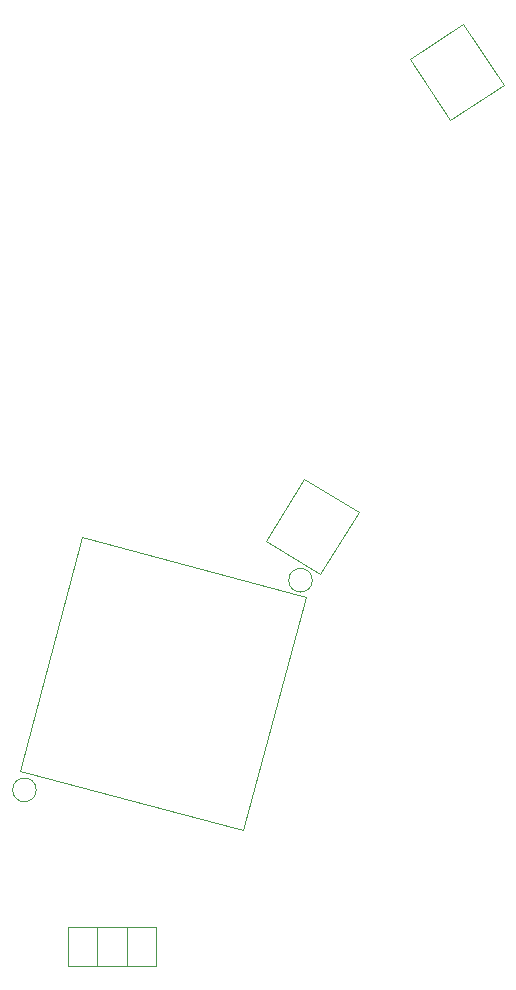
<source format=gbr>
%TF.GenerationSoftware,KiCad,Pcbnew,8.0.4*%
%TF.CreationDate,2024-09-02T19:36:39+02:00*%
%TF.ProjectId,Zoka-MainBoard,5a6f6b61-2d4d-4616-996e-426f6172642e,rev?*%
%TF.SameCoordinates,Original*%
%TF.FileFunction,Other,User*%
%FSLAX46Y46*%
G04 Gerber Fmt 4.6, Leading zero omitted, Abs format (unit mm)*
G04 Created by KiCad (PCBNEW 8.0.4) date 2024-09-02 19:36:39*
%MOMM*%
%LPD*%
G01*
G04 APERTURE LIST*
%ADD10C,0.050000*%
%ADD11C,0.120000*%
G04 APERTURE END LIST*
D10*
%TO.C,TP202*%
X172012983Y-83193460D02*
G75*
G02*
X170012983Y-83193460I-1000000J0D01*
G01*
X170012983Y-83193460D02*
G75*
G02*
X172012983Y-83193460I1000000J0D01*
G01*
D11*
%TO.C,U201*%
X152548915Y-79509254D02*
X171481061Y-84582107D01*
X147243124Y-99310733D02*
X152548915Y-79509254D01*
X166175271Y-104383587D02*
X147243124Y-99310733D01*
X166175271Y-104383587D02*
X171481061Y-84582107D01*
D10*
%TO.C,JP401*%
X156293827Y-112565871D02*
X158793827Y-112565871D01*
X156293827Y-112565871D02*
X156293827Y-115865871D01*
X158793827Y-115865871D02*
X158793827Y-112565871D01*
X158793827Y-115865871D02*
X156293827Y-115865871D01*
%TO.C,JP402*%
X153793827Y-112567658D02*
X156293827Y-112567658D01*
X153793827Y-112567658D02*
X153793827Y-115867658D01*
X156293827Y-115867658D02*
X156293827Y-112567658D01*
X156293827Y-115867658D02*
X153793827Y-115867658D01*
%TO.C,J504*%
X183695395Y-44236948D02*
X180282414Y-39060892D01*
X188203574Y-41264352D02*
X183695395Y-44236948D01*
X188203574Y-41264352D02*
X184790593Y-36088296D01*
X184790593Y-36088296D02*
X180282414Y-39060892D01*
%TO.C,TP201*%
X148637987Y-100943458D02*
G75*
G02*
X146637987Y-100943458I-1000000J0D01*
G01*
X146637987Y-100943458D02*
G75*
G02*
X148637987Y-100943458I1000000J0D01*
G01*
%TO.C,J501*%
X175945681Y-77417866D02*
X172696968Y-82698573D01*
X171346356Y-74588343D02*
X175945681Y-77417866D01*
X171346356Y-74588343D02*
X168097643Y-79869050D01*
X168097643Y-79869050D02*
X172696968Y-82698573D01*
%TO.C,JP403*%
X151293827Y-112565870D02*
X153793827Y-112565870D01*
X151293827Y-112565870D02*
X151293827Y-115865870D01*
X153793827Y-115865870D02*
X153793827Y-112565870D01*
X153793827Y-115865870D02*
X151293827Y-115865870D01*
%TD*%
M02*

</source>
